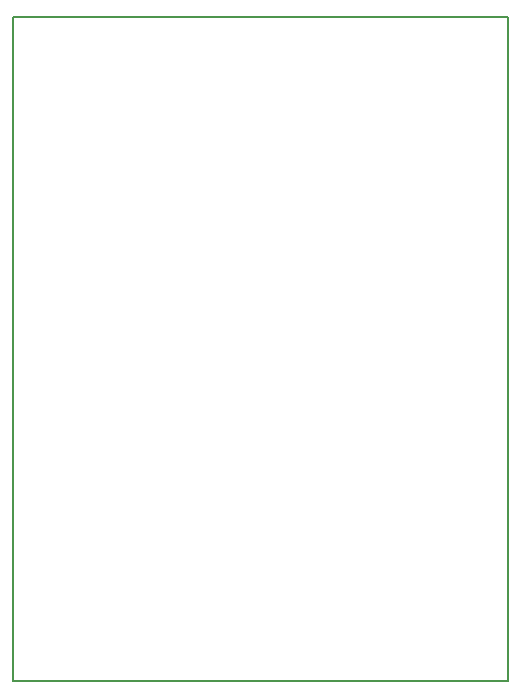
<source format=gbr>
G04 #@! TF.GenerationSoftware,KiCad,Pcbnew,5.0.2-bee76a0~70~ubuntu18.04.1*
G04 #@! TF.CreationDate,2019-12-16T19:01:30-05:00*
G04 #@! TF.ProjectId,LEDStuff,4c454453-7475-4666-962e-6b696361645f,rev?*
G04 #@! TF.SameCoordinates,Original*
G04 #@! TF.FileFunction,Profile,NP*
%FSLAX46Y46*%
G04 Gerber Fmt 4.6, Leading zero omitted, Abs format (unit mm)*
G04 Created by KiCad (PCBNEW 5.0.2-bee76a0~70~ubuntu18.04.1) date Mon 16 Dec 2019 07:01:30 PM EST*
%MOMM*%
%LPD*%
G01*
G04 APERTURE LIST*
%ADD10C,0.150000*%
G04 APERTURE END LIST*
D10*
X130873500Y-123367800D02*
X130873500Y-67157600D01*
X172796200Y-123367800D02*
X130873500Y-123367800D01*
X172796200Y-67132200D02*
X172796200Y-123367800D01*
X130873500Y-67132200D02*
X172796200Y-67132200D01*
M02*

</source>
